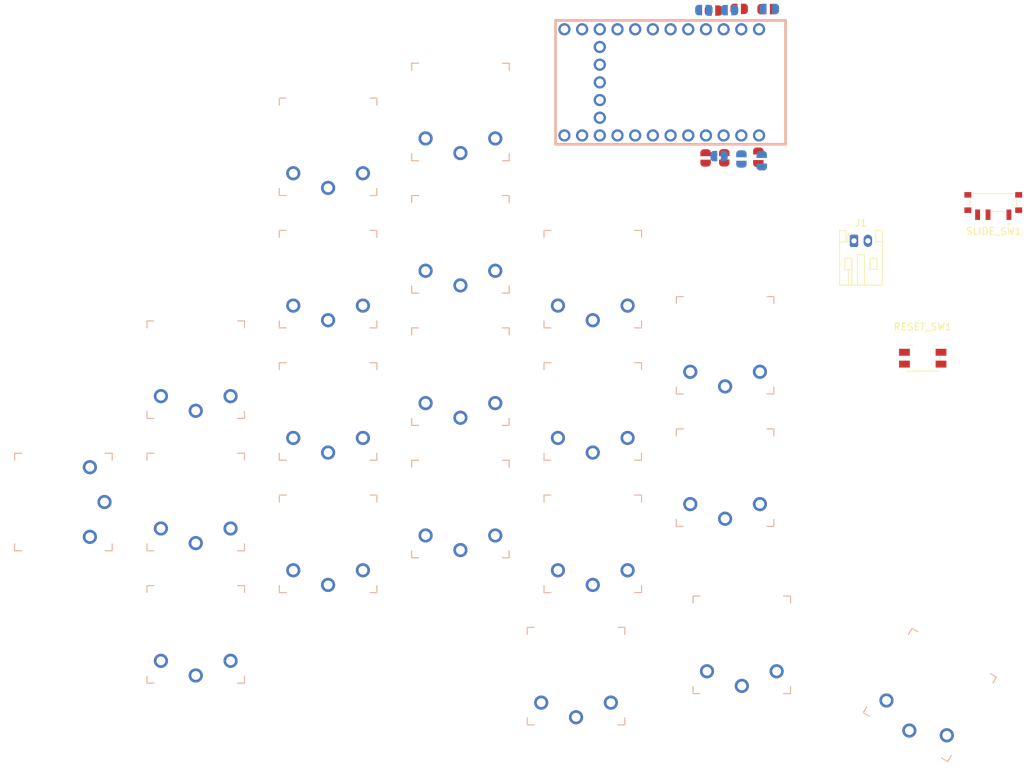
<source format=kicad_pcb>
(kicad_pcb (version 20241229) (generator "pcbnew") (generator_version "9.0")
  (layers (0 "F.Cu" signal) (2 "B.Cu" signal) (13 "F.Paste" user) (15 "B.Paste" user) (5 "F.SilkS" user "F.Silkscreen") (7 "B.SilkS" user "B.Silkscreen") (1 "F.Mask" user) (3 "B.Mask" user) (25 "Edge.Cuts" user))
  (net 0 "")
  (net 1 "Net-(J1-Pin_1)")
  (net 2 "GND")
  (net 3 "BATIN")
  (net 4 "Net-(JP1-B)")
  (net 5 "P1")
  (net 6 "Net-(JP4-B)")
  (net 7 "RESET")
  (net 8 "Net-(JP5-B)")
  (net 9 "Net-(JP7-B)")
  (net 10 "Net-(JP8-B)")
  (net 11 "Net-(JP11-B)")
  (net 12 "Net-(JP12-B)")
  (net 13 "Net-(JP14-B)")
  (net 15 "P12")
  (net 16 "P14")
  (net 17 "P9")
  (net 18 "P19")
  (net 19 "P5")
  (net 20 "P31")
  (net 21 "P10")
  (net 22 "P13")
  (net 23 "P6")
  (net 24 "P16")
  (net 25 "P7")
  (net 26 "P33")
  (net 27 "P15")
  (net 28 "P32")
  (net 29 "P17")
  (net 30 "P8")
  (net 31 "P11")
  (net 32 "P18")
  (net 33 "P20")
  (footprint "footprints:SW_PG1350_reversible" (layer "F.Cu") (at 112 98)
    (property "Reference" "SW3")
    (property "Value" "SW_Push" (hide yes))
    (pad "" np_thru_hole circle (at -5.5 0) (size 1.7018 1.7018) (drill 1.7018) (layers "*.Cu" "*.Mask"))
    (pad "" np_thru_hole circle (at -5.22 -4.2) (size 0.9906 0.9906) (drill 0.9906) (layers "*.Cu" "*.Mask"))
    (pad "" np_thru_hole circle (at 0 0) (size 3.429 3.429) (drill 3.429) (layers "*.Cu" "*.Mask"))
    (pad "" np_thru_hole circle (at 5.22 -4.2) (size 0.9906 0.9906) (drill 0.9906) (layers "*.Cu" "*.Mask"))
    (pad "" np_thru_hole circle (at 5.5 0) (size 1.7018 1.7018) (drill 1.7018) (layers "*.Cu" "*.Mask"))
    (pad "1" thru_hole circle (at 0 5.9) (size 2.032 2.032) (drill 1.27) (layers "*.Cu" "*.Mask") (net 17 "P9"))
    (pad "2" thru_hole circle (at -5 3.8) (size 2.032 2.032) (drill 1.27) (layers "*.Cu" "*.Mask") (net 2 "GND"))
    (pad "2" thru_hole circle (at 5 3.8) (size 2.032 2.032) (drill 1.27) (layers "*.Cu" "*.Mask") (net 2 "GND"))
  )
  (footprint "footprints:SW_PG1350_reversible" (layer "F.Cu") (at 131 66)
    (property "Reference" "SW1")
    (property "Value" "SW_Push" (hide yes))
    (pad "" np_thru_hole circle (at -5.5 0) (size 1.7018 1.7018) (drill 1.7018) (layers "*.Cu" "*.Mask"))
    (pad "" np_thru_hole circle (at -5.22 -4.2) (size 0.9906 0.9906) (drill 0.9906) (layers "*.Cu" "*.Mask"))
    (pad "" np_thru_hole circle (at 0 0) (size 3.429 3.429) (drill 3.429) (layers "*.Cu" "*.Mask"))
    (pad "" np_thru_hole circle (at 5.22 -4.2) (size 0.9906 0.9906) (drill 0.9906) (layers "*.Cu" "*.Mask"))
    (pad "" np_thru_hole circle (at 5.5 0) (size 1.7018 1.7018) (drill 1.7018) (layers "*.Cu" "*.Mask"))
    (pad "1" thru_hole circle (at 0 5.9) (size 2.032 2.032) (drill 1.27) (layers "*.Cu" "*.Mask") (net 30 "P8"))
    (pad "2" thru_hole circle (at -5 3.8) (size 2.032 2.032) (drill 1.27) (layers "*.Cu" "*.Mask") (net 2 "GND"))
    (pad "2" thru_hole circle (at 5 3.8) (size 2.032 2.032) (drill 1.27) (layers "*.Cu" "*.Mask") (net 2 "GND"))
  )
  (footprint "footprints:SW_PG1350_reversible" (layer "F.Cu") (at 131 104)
    (property "Reference" "SW10")
    (property "Value" "SW_Push" (hide yes))
    (pad "" np_thru_hole circle (at -5.5 0) (size 1.7018 1.7018) (drill 1.7018) (layers "*.Cu" "*.Mask"))
    (pad "" np_thru_hole circle (at -5.22 -4.2) (size 0.9906 0.9906) (drill 0.9906) (layers "*.Cu" "*.Mask"))
    (pad "" np_thru_hole circle (at 0 0) (size 3.429 3.429) (drill 3.429) (layers "*.Cu" "*.Mask"))
    (pad "" np_thru_hole circle (at 5.22 -4.2) (size 0.9906 0.9906) (drill 0.9906) (layers "*.Cu" "*.Mask"))
    (pad "" np_thru_hole circle (at 5.5 0) (size 1.7018 1.7018) (drill 1.7018) (layers "*.Cu" "*.Mask"))
    (pad "1" thru_hole circle (at 0 5.9) (size 2.032 2.032) (drill 1.27) (layers "*.Cu" "*.Mask") (net 31 "P11"))
    (pad "2" thru_hole circle (at -5 3.8) (size 2.032 2.032) (drill 1.27) (layers "*.Cu" "*.Mask") (net 2 "GND"))
    (pad "2" thru_hole circle (at 5 3.8) (size 2.032 2.032) (drill 1.27) (layers "*.Cu" "*.Mask") (net 2 "GND"))
  )
  (footprint "footprints:Jumper_Open_0.8mm" (layer "F.Cu") (at 192.82 67.21 90)
    (property "Reference" "JP9" (hide yes))
    (property "Value" "Jumper_2_Open" (hide yes))
    (pad "1" smd custom (at -1.19 -0.05 90) (size 1 0.5) (layers "F.Cu" "F.Mask") (net 5 "P1") (options (clearance outline) (anchor rect)) (primitives (gr_circle (center 0 0.25) (end 0.5 0.25) (width 0) (fill yes)) (gr_circle (center 0 -0.25) (end 0.5 -0.25) (width 0) (fill yes)) (gr_poly (pts (xy 0.5 0.75) (xy 0 0.75) (xy 0 -0.75) (xy 0.5 -0.75)) (width 0) (fill yes))))
    (pad "2" smd custom (at 0.61 -0.05 90) (size 1 0.5) (layers "F.Cu" "F.Mask") (net 10 "Net-(JP8-B)") (options (clearance outline) (anchor rect)) (primitives (gr_circle (center 0 0.25) (end 0.5 0.25) (width 0) (fill yes)) (gr_circle (center 0 -0.25) (end 0.5 -0.25) (width 0) (fill yes)) (gr_poly (pts (xy 0 0.75) (xy -0.5 0.75) (xy -0.5 -0.75) (xy 0 -0.75)) (width 0) (fill yes))))
  )
  (footprint "footprints:SW_PG1350_reversible" (layer "F.Cu") (at 188 94.5)
    (property "Reference" "SW7")
    (property "Value" "SW_Push" (hide yes))
    (pad "" np_thru_hole circle (at -5.5 0) (size 1.7018 1.7018) (drill 1.7018) (layers "*.Cu" "*.Mask"))
    (pad "" np_thru_hole circle (at -5.22 -4.2) (size 0.9906 0.9906) (drill 0.9906) (layers "*.Cu" "*.Mask"))
    (pad "" np_thru_hole circle (at 0 0) (size 3.429 3.429) (drill 3.429) (layers "*.Cu" "*.Mask"))
    (pad "" np_thru_hole circle (at 5.22 -4.2) (size 0.9906 0.9906) (drill 0.9906) (layers "*.Cu" "*.Mask"))
    (pad "" np_thru_hole circle (at 5.5 0) (size 1.7018 1.7018) (drill 1.7018) (layers "*.Cu" "*.Mask"))
    (pad "1" thru_hole circle (at 0 5.9) (size 2.032 2.032) (drill 1.27) (layers "*.Cu" "*.Mask") (net 24 "P16"))
    (pad "2" thru_hole circle (at -5 3.8) (size 2.032 2.032) (drill 1.27) (layers "*.Cu" "*.Mask") (net 2 "GND"))
    (pad "2" thru_hole circle (at 5 3.8) (size 2.032 2.032) (drill 1.27) (layers "*.Cu" "*.Mask") (net 2 "GND"))
  )
  (footprint "footprints:SW_PG1350_reversible" (layer "F.Cu") (at 188 113.5)
    (property "Reference" "SW13")
    (property "Value" "SW_Push" (hide yes))
    (pad "" np_thru_hole circle (at -5.5 0) (size 1.7018 1.7018) (drill 1.7018) (layers "*.Cu" "*.Mask"))
    (pad "" np_thru_hole circle (at -5.22 -4.2) (size 0.9906 0.9906) (drill 0.9906) (layers "*.Cu" "*.Mask"))
    (pad "" np_thru_hole circle (at 0 0) (size 3.429 3.429) (drill 3.429) (layers "*.Cu" "*.Mask"))
    (pad "" np_thru_hole circle (at 5.22 -4.2) (size 0.9906 0.9906) (drill 0.9906) (layers "*.Cu" "*.Mask"))
    (pad "" np_thru_hole circle (at 5.5 0) (size 1.7018 1.7018) (drill 1.7018) (layers "*.Cu" "*.Mask"))
    (pad "1" thru_hole circle (at 0 5.9) (size 2.032 2.032) (drill 1.27) (layers "*.Cu" "*.Mask") (net 32 "P18"))
    (pad "2" thru_hole circle (at -5 3.8) (size 2.032 2.032) (drill 1.27) (layers "*.Cu" "*.Mask") (net 2 "GND"))
    (pad "2" thru_hole circle (at 5 3.8) (size 2.032 2.032) (drill 1.27) (layers "*.Cu" "*.Mask") (net 2 "GND"))
  )
  (footprint "footprints:SW_PG1350_reversible" (layer "F.Cu") (at 169 85)
    (property "Reference" "SW6")
    (property "Value" "SW_Push" (hide yes))
    (pad "" np_thru_hole circle (at -5.5 0) (size 1.7018 1.7018) (drill 1.7018) (layers "*.Cu" "*.Mask"))
    (pad "" np_thru_hole circle (at -5.22 -4.2) (size 0.9906 0.9906) (drill 0.9906) (layers "*.Cu" "*.Mask"))
    (pad "" np_thru_hole circle (at 0 0) (size 3.429 3.429) (drill 3.429) (layers "*.Cu" "*.Mask"))
    (pad "" np_thru_hole circle (at 5.22 -4.2) (size 0.9906 0.9906) (drill 0.9906) (layers "*.Cu" "*.Mask"))
    (pad "" np_thru_hole circle (at 5.5 0) (size 1.7018 1.7018) (drill 1.7018) (layers "*.Cu" "*.Mask"))
    (pad "1" thru_hole circle (at 0 5.9) (size 2.032 2.032) (drill 1.27) (layers "*.Cu" "*.Mask") (net 16 "P14"))
    (pad "2" thru_hole circle (at -5 3.8) (size 2.032 2.032) (drill 1.27) (layers "*.Cu" "*.Mask") (net 2 "GND"))
    (pad "2" thru_hole circle (at 5 3.8) (size 2.032 2.032) (drill 1.27) (layers "*.Cu" "*.Mask") (net 2 "GND"))
  )
  (footprint "footprints:SW_PG1350_reversible" (layer "F.Cu") (at 150 80)
    (property "Reference" "SW5")
    (property "Value" "SW_Push" (hide yes))
    (pad "" np_thru_hole circle (at -5.5 0) (size 1.7018 1.7018) (drill 1.7018) (layers "*.Cu" "*.Mask"))
    (pad "" np_thru_hole circle (at -5.22 -4.2) (size 0.9906 0.9906) (drill 0.9906) (layers "*.Cu" "*.Mask"))
    (pad "" np_thru_hole circle (at 0 0) (size 3.429 3.429) (drill 3.429) (layers "*.Cu" "*.Mask"))
    (pad "" np_thru_hole circle (at 5.22 -4.2) (size 0.9906 0.9906) (drill 0.9906) (layers "*.Cu" "*.Mask"))
    (pad "" np_thru_hole circle (at 5.5 0) (size 1.7018 1.7018) (drill 1.7018) (layers "*.Cu" "*.Mask"))
    (pad "1" thru_hole circle (at 0 5.9) (size 2.032 2.032) (drill 1.27) (layers "*.Cu" "*.Mask") (net 20 "P31"))
    (pad "2" thru_hole circle (at -5 3.8) (size 2.032 2.032) (drill 1.27) (layers "*.Cu" "*.Mask") (net 2 "GND"))
    (pad "2" thru_hole circle (at 5 3.8) (size 2.032 2.032) (drill 1.27) (layers "*.Cu" "*.Mask") (net 2 "GND"))
  )
  (footprint "footprints:nice_nano" (layer "F.Cu") (at 178.9 56.75 180)
    (property "Reference" "U1" (hide yes))
    (property "Value" "nice_nano" (hide yes))
    (pad "1" thru_hole circle (at -13.97 7.62 180) (size 1.7526 1.7526) (drill 1.0922) (layers "*.Cu" "*.Mask") (net 4 "Net-(JP1-B)"))
    (pad "2" thru_hole circle (at -11.43 7.62 180) (size 1.7526 1.7526) (drill 1.0922) (layers "*.Cu" "*.Mask") (net 6 "Net-(JP4-B)"))
    (pad "3" thru_hole circle (at -8.89 7.62 180) (size 1.7526 1.7526) (drill 1.0922) (layers "*.Cu" "*.Mask") (net 8 "Net-(JP5-B)"))
    (pad "4" thru_hole circle (at -6.35 7.62 180) (size 1.7526 1.7526) (drill 1.0922) (layers "*.Cu" "*.Mask") (net 9 "Net-(JP7-B)"))
    (pad "5" thru_hole circle (at -3.81 7.62 180) (size 1.7526 1.7526) (drill 1.0922) (layers "*.Cu" "*.Mask") (net 19 "P5"))
    (pad "6" thru_hole circle (at -1.27 7.62 180) (size 1.7526 1.7526) (drill 1.0922) (layers "*.Cu" "*.Mask") (net 23 "P6"))
    (pad "7" thru_hole circle (at 1.27 7.62 180) (size 1.7526 1.7526) (drill 1.0922) (layers "*.Cu" "*.Mask") (net 25 "P7"))
    (pad "8" thru_hole circle (at 3.81 7.62 180) (size 1.7526 1.7526) (drill 1.0922) (layers "*.Cu" "*.Mask") (net 30 "P8"))
    (pad "9" thru_hole circle (at 6.35 7.62 180) (size 1.7526 1.7526) (drill 1.0922) (layers "*.Cu" "*.Mask") (net 17 "P9"))
    (pad "10" thru_hole circle (at 8.89 7.62 180) (size 1.7526 1.7526) (drill 1.0922) (layers "*.Cu" "*.Mask") (net 21 "P10"))
    (pad "11" thru_hole circle (at 11.43 7.62 180) (size 1.7526 1.7526) (drill 1.0922) (layers "*.Cu" "*.Mask") (net 31 "P11"))
    (pad "12" thru_hole circle (at 13.97 7.62 180) (size 1.7526 1.7526) (drill 1.0922) (layers "*.Cu" "*.Mask") (net 15 "P12"))
    (pad "13" thru_hole circle (at 13.97 -7.62 180) (size 1.7526 1.7526) (drill 1.0922) (layers "*.Cu" "*.Mask") (net 22 "P13"))
    (pad "14" thru_hole circle (at 11.43 -7.62 180) (size 1.7526 1.7526) (drill 1.0922) (layers "*.Cu" "*.Mask") (net 16 "P14"))
    (pad "15" thru_hole circle (at 8.89 -7.62 180) (size 1.7526 1.7526) (drill 1.0922) (layers "*.Cu" "*.Mask") (net 27 "P15"))
    (pad "16" thru_hole circle (at 6.35 -7.62 180) (size 1.7526 1.7526) (drill 1.0922) (layers "*.Cu" "*.Mask") (net 24 "P16"))
    (pad "17" thru_hole circle (at 3.81 -7.62 180) (size 1.7526 1.7526) (drill 1.0922) (layers "*.Cu" "*.Mask") (net 29 "P17"))
    (pad "18" thru_hole circle (at 1.27 -7.62 180) (size 1.7526 1.7526) (drill 1.0922) (layers "*.Cu" "*.Mask") (net 32 "P18"))
    (pad "19" thru_hole circle (at -1.27 -7.62 180) (size 1.7526 1.7526) (drill 1.0922) (layers "*.Cu" "*.Mask") (net 18 "P19"))
    (pad "20" thru_hole circle (at -3.81 -7.62 180) (size 1.7526 1.7526) (drill 1.0922) (layers "*.Cu" "*.Mask") (net 33 "P20"))
    (pad "21" thru_hole circle (at -6.35 -7.62 180) (size 1.7526 1.7526) (drill 1.0922) (layers "*.Cu" "*.Mask") (net 13 "Net-(JP14-B)"))
    (pad "22" thru_hole circle (at -8.89 -7.62 180) (size 1.7526 1.7526) (drill 1.0922) (layers "*.Cu" "*.Mask") (net 12 "Net-(JP12-B)"))
    (pad "23" thru_hole circle (at -11.43 -7.62 180) (size 1.7526 1.7526) (drill 1.0922) (layers "*.Cu" "*.Mask") (net 11 "Net-(JP11-B)"))
    (pad "24" thru_hole circle (at -13.97 -7.62 180) (size 1.7526 1.7526) (drill 1.0922) (layers "*.Cu" "*.Mask") (net 10 "Net-(JP8-B)"))
    (pad "31" thru_hole circle (at 8.89 -5.08 180) (size 1.7526 1.7526) (drill 1.0922) (layers "*.Cu" "*.Mask") (net 20 "P31"))
    (pad "31" thru_hole circle (at 8.89 5.08 180) (size 1.7526 1.7526) (drill 1.0922) (layers "*.Cu" "*.Mask") (net 20 "P31"))
    (pad "32" thru_hole circle (at 8.89 -2.54 180) (size 1.7526 1.7526) (drill 1.0922) (layers "*.Cu" "*.Mask") (net 28 "P32"))
    (pad "32" thru_hole circle (at 8.89 2.54 180) (size 1.7526 1.7526) (drill 1.0922) (layers "*.Cu" "*.Mask") (net 28 "P32"))
    (pad "33" thru_hole circle (at 8.89 0 180) (size 1.7526 1.7526) (drill 1.0922) (layers "*.Cu" "*.Mask") (net 26 "P33"))
  )
  (footprint "Button_Switch_SMD:Panasonic_EVQPUL_EVQPUC" (layer "F.Cu") (at 216.375 96.35)
    (property "Reference" "RESET_SW1" (at 0 -4.5 0) (layer "F.SilkS"))
    (property "Value" "SW_Push")
    (pad "" np_thru_hole circle (at 0 -1.375 180) (size 0.75 0.75) (drill 0.75) (layers "*.Cu" "*.Mask"))
    (pad "" np_thru_hole circle (at 0 1.375 180) (size 0.75 0.75) (drill 0.75) (layers "*.Cu" "*.Mask"))
    (pad "1" smd rect (at -2.625 -0.85 180) (size 1.55 1) (layers "F.Cu" "F.Mask" "F.Paste") (net 7 "RESET"))
    (pad "1" smd rect (at 2.625 -0.85 180) (size 1.55 1) (layers "F.Cu" "F.Mask" "F.Paste") (net 7 "RESET"))
    (pad "2" smd rect (at -2.625 0.85 180) (size 1.55 1) (layers "F.Cu" "F.Mask" "F.Paste") (net 2 "GND"))
    (pad "2" smd rect (at 2.625 0.85 180) (size 1.55 1) (layers "F.Cu" "F.Mask" "F.Paste") (net 2 "GND"))
  )
  (footprint "footprints:SW_PG1350_reversible" (layer "F.Cu") (at 169 123)
    (property "Reference" "SW17")
    (property "Value" "SW_Push" (hide yes))
    (pad "" np_thru_hole circle (at -5.5 0) (size 1.7018 1.7018) (drill 1.7018) (layers "*.Cu" "*.Mask"))
    (pad "" np_thru_hole circle (at -5.22 -4.2) (size 0.9906 0.9906) (drill 0.9906) (layers "*.Cu" "*.Mask"))
    (pad "" np_thru_hole circle (at 0 0) (size 3.429 3.429) (drill 3.429) (layers "*.Cu" "*.Mask"))
    (pad "" np_thru_hole circle (at 5.22 -4.2) (size 0.9906 0.9906) (drill 0.9906) (layers "*.Cu" "*.Mask"))
    (pad "" np_thru_hole circle (at 5.5 0) (size 1.7018 1.7018) (drill 1.7018) (layers "*.Cu" "*.Mask"))
    (pad "1" thru_hole circle (at 0 5.9) (size 2.032 2.032) (drill 1.27) (layers "*.Cu" "*.Mask") (net 29 "P17"))
    (pad "2" thru_hole circle (at -5 3.8) (size 2.032 2.032) (drill 1.27) (layers "*.Cu" "*.Mask") (net 2 "GND"))
    (pad "2" thru_hole circle (at 5 3.8) (size 2.032 2.032) (drill 1.27) (layers "*.Cu" "*.Mask") (net 2 "GND"))
  )
  (footprint "footprints:Jumper_Open_0.5mm" (layer "F.Cu") (at 186.33 46.44)
    (property "Reference" "JP5" (hide yes))
    (property "Value" "Jumper_2_Open" (hide yes))
    (pad "1" smd custom (at -0.75 0) (size 1 0.5) (layers "F.Cu" "F.Mask") (net 7 "RESET") (options (clearance outline) (anchor rect)) (primitives (gr_circle (center 0 0.25) (end 0.5 0.25) (width 0) (fill yes)) (gr_circle (center 0 -0.25) (end 0.5 -0.25) (width 0) (fill yes)) (gr_poly (pts (xy 0.5 0.75) (xy 0 0.75) (xy 0 -0.75) (xy 0.5 -0.75)) (width 0) (fill yes))))
    (pad "2" smd custom (at 0.75 0) (size 1 0.5) (layers "F.Cu" "F.Mask") (net 8 "Net-(JP5-B)") (options (clearance outline) (anchor rect)) (primitives (gr_circle (center 0 0.25) (end 0.5 0.25) (width 0) (fill yes)) (gr_circle (center 0 -0.25) (end 0.5 -0.25) (width 0) (fill yes)) (gr_poly (pts (xy 0 0.75) (xy -0.5 0.75) (xy -0.5 -0.75) (xy 0 -0.75)) (width 0) (fill yes))))
  )
  (footprint "footprints:SW_PG1350_reversible" (layer "F.Cu") (at 169 104)
    (property "Reference" "SW12")
    (property "Value" "SW_Push" (hide yes))
    (pad "" np_thru_hole circle (at -5.5 0) (size 1.7018 1.7018) (drill 1.7018) (layers "*.Cu" "*.Mask"))
    (pad "" np_thru_hole circle (at -5.22 -4.2) (size 0.9906 0.9906) (drill 0.9906) (layers "*.Cu" "*.Mask"))
    (pad "" np_thru_hole circle (at 0 0) (size 3.429 3.429) (drill 3.429) (layers "*.Cu" "*.Mask"))
    (pad "" np_thru_hole circle (at 5.22 -4.2) (size 0.9906 0.9906) (drill 0.9906) (layers "*.Cu" "*.Mask"))
    (pad "" np_thru_hole circle (at 5.5 0) (size 1.7018 1.7018) (drill 1.7018) (layers "*.Cu" "*.Mask"))
    (pad "1" thru_hole circle (at 0 5.9) (size 2.032 2.032) (drill 1.27) (layers "*.Cu" "*.Mask") (net 27 "P15"))
    (pad "2" thru_hole circle (at -5 3.8) (size 2.032 2.032) (drill 1.27) (layers "*.Cu" "*.Mask") (net 2 "GND"))
    (pad "2" thru_hole circle (at 5 3.8) (size 2.032 2.032) (drill 1.27) (layers "*.Cu" "*.Mask") (net 2 "GND"))
  )
  (footprint "footprints:Jumper_Open_0.5mm" (layer "F.Cu") (at 190.02 46.2)
    (property "Reference" "JP4" (hide yes))
    (property "Value" "Jumper_2_Open" (hide yes))
    (pad "1" smd custom (at -0.75 0) (size 1 0.5) (layers "F.Cu" "F.Mask") (net 2 "GND") (options (clearance outline) (anchor rect)) (primitives (gr_circle (center 0 0.25) (end 0.5 0.25) (width 0) (fill yes)) (gr_circle (center 0 -0.25) (end 0.5 -0.25) (width 0) (fill yes)) (gr_poly (pts (xy 0.5 0.75) (xy 0 0.75) (xy 0 -0.75) (xy 0.5 -0.75)) (width 0) (fill yes))))
    (pad "2" smd custom (at 0.75 0) (size 1 0.5) (layers "F.Cu" "F.Mask") (net 6 "Net-(JP4-B)") (options (clearance outline) (anchor rect)) (primitives (gr_circle (center 0 0.25) (end 0.5 0.25) (width 0) (fill yes)) (gr_circle (center 0 -0.25) (end 0.5 -0.25) (width 0) (fill yes)) (gr_poly (pts (xy 0 0.75) (xy -0.5 0.75) (xy -0.5 -0.75) (xy 0 -0.75)) (width 0) (fill yes))))
  )
  (footprint "footprints:SW_PG1350_reversible" (layer "F.Cu") (at 112 117)
    (property "Reference" "SW9")
    (property "Value" "SW_Push" (hide yes))
    (pad "" np_thru_hole circle (at -5.5 0) (size 1.7018 1.7018) (drill 1.7018) (layers "*.Cu" "*.Mask"))
    (pad "" np_thru_hole circle (at -5.22 -4.2) (size 0.9906 0.9906) (drill 0.9906) (layers "*.Cu" "*.Mask"))
    (pad "" np_thru_hole circle (at 0 0) (size 3.429 3.429) (drill 3.429) (layers "*.Cu" "*.Mask"))
    (pad "" np_thru_hole circle (at 5.22 -4.2) (size 0.9906 0.9906) (drill 0.9906) (layers "*.Cu" "*.Mask"))
    (pad "" np_thru_hole circle (at 5.5 0) (size 1.7018 1.7018) (drill 1.7018) (layers "*.Cu" "*.Mask"))
    (pad "1" thru_hole circle (at 0 5.9) (size 2.032 2.032) (drill 1.27) (layers "*.Cu" "*.Mask") (net 21 "P10"))
    (pad "2" thru_hole circle (at -5 3.8) (size 2.032 2.032) (drill 1.27) (layers "*.Cu" "*.Mask") (net 2 "GND"))
    (pad "2" thru_hole circle (at 5 3.8) (size 2.032 2.032) (drill 1.27) (layers "*.Cu" "*.Mask") (net 2 "GND"))
  )
  (footprint "footprints:SW_PG1350_reversible" (layer "F.Cu") (at 131 123)
    (property "Reference" "SW15")
    (property "Value" "SW_Push" (hide yes))
    (pad "" np_thru_hole circle (at -5.5 0) (size 1.7018 1.7018) (drill 1.7018) (layers "*.Cu" "*.Mask"))
    (pad "" np_thru_hole circle (at -5.22 -4.2) (size 0.9906 0.9906) (drill 0.9906) (layers "*.Cu" "*.Mask"))
    (pad "" np_thru_hole circle (at 0 0) (size 3.429 3.429) (drill 3.429) (layers "*.Cu" "*.Mask"))
    (pad "" np_thru_hole circle (at 5.22 -4.2) (size 0.9906 0.9906) (drill 0.9906) (layers "*.Cu" "*.Mask"))
    (pad "" np_thru_hole circle (at 5.5 0) (size 1.7018 1.7018) (drill 1.7018) (layers "*.Cu" "*.Mask"))
    (pad "1" thru_hole circle (at 0 5.9) (size 2.032 2.032) (drill 1.27) (layers "*.Cu" "*.Mask") (net 28 "P32"))
    (pad "2" thru_hole circle (at -5 3.8) (size 2.032 2.032) (drill 1.27) (layers "*.Cu" "*.Mask") (net 2 "GND"))
    (pad "2" thru_hole circle (at 5 3.8) (size 2.032 2.032) (drill 1.27) (layers "*.Cu" "*.Mask") (net 2 "GND"))
  )
  (footprint "footprints:SW_SSSS811101" (layer "F.Cu") (at 226.5 74 180)
    (property "Reference" "SLIDE_SW1" (at -0.075 -4.135 180) (layer "F.SilkS"))
    (property "Value" "SW_SPDT")
    (pad "" np_thru_hole circle (at -1.5 0 180) (size 0.9 0.9) (drill 0.9) (layers "*.Cu" "*.Mask"))
    (pad "" np_thru_hole circle (at 1.5 0 180) (size 0.9 0.9) (drill 0.9) (layers "*.Cu" "*.Mask"))
    (pad "1" smd rect (at -2.25 -1.75 180) (size 0.7 1.5) (layers "F.Cu" "F.Mask" "F.Paste") (net 3 "BATIN"))
    (pad "2" smd rect (at 0.75 -1.75 180) (size 0.7 1.5) (layers "F.Cu" "F.Mask" "F.Paste") (net 1 "Net-(J1-Pin_1)"))
    (pad "3" smd rect (at 2.25 -1.75 180) (size 0.7 1.5) (layers "F.Cu" "F.Mask" "F.Paste"))
    (pad "SH1" smd rect (at -3.65 -1.1 180) (size 1 0.8) (layers "F.Cu" "F.Mask" "F.Paste"))
    (pad "SH2" smd rect (at 3.65 -1.1 180) (size 1 0.8) (layers "F.Cu" "F.Mask" "F.Paste"))
    (pad "SH3" smd rect (at -3.65 1.1 180) (size 1 0.8) (layers "F.Cu" "F.Mask" "F.Paste"))
    (pad "SH4" smd rect (at 3.65 1.1 180) (size 1 0.8) (layers "F.Cu" "F.Mask" "F.Paste"))
  )
  (footprint "footprints:SW_PG1350_reversible" (layer "F.Cu") (at 112 136)
    (property "Reference" "SW14")
    (property "Value" "SW_Push" (hide yes))
    (pad "" np_thru_hole circle (at -5.5 0) (size 1.7018 1.7018) (drill 1.7018) (layers "*.Cu" "*.Mask"))
    (pad "" np_thru_hole circle (at -5.22 -4.2) (size 0.9906 0.9906) (drill 0.9906) (layers "*.Cu" "*.Mask"))
    (pad "" np_thru_hole circle (at 0 0) (size 3.429 3.429) (drill 3.429) (layers "*.Cu" "*.Mask"))
    (pad "" np_thru_hole circle (at 5.22 -4.2) (size 0.9906 0.9906) (drill 0.9906) (layers "*.Cu" "*.Mask"))
    (pad "" np_thru_hole circle (at 5.5 0) (size 1.7018 1.7018) (drill 1.7018) (layers "*.Cu" "*.Mask"))
    (pad "1" thru_hole circle (at 0 5.9) (size 2.032 2.032) (drill 1.27) (layers "*.Cu" "*.Mask") (net 25 "P7"))
    (pad "2" thru_hole circle (at -5 3.8) (size 2.032 2.032) (drill 1.27) (layers "*.Cu" "*.Mask") (net 2 "GND"))
    (pad "2" thru_hole circle (at 5 3.8) (size 2.032 2.032) (drill 1.27) (layers "*.Cu" "*.Mask") (net 2 "GND"))
  )
  (footprint "footprints:Jumper_Open_0.5mm" (layer "F.Cu") (at 187.88 67.58 90)
    (property "Reference" "JP13" (hide yes))
    (property "Value" "Jumper_2_Open" (hide yes))
    (pad "1" smd custom (at -0.75 0 90) (size 1 0.5) (layers "F.Cu" "F.Mask") (net 2 "GND") (options (clearance outline) (anchor rect)) (primitives (gr_circle (center 0 0.25) (end 0.5 0.25) (width 0) (fill yes)) (gr_circle (center 0 -0.25) (end 0.5 -0.25) (width 0) (fill yes)) (gr_poly (pts (xy 0.5 0.75) (xy 0 0.75) (xy 0 -0.75) (xy 0.5 -0.75)) (width 0) (fill yes))))
    (pad "2" smd custom (at 0.75 0 90) (size 1 0.5) (layers "F.Cu" "F.Mask") (net 12 "Net-(JP12-B)") (options (clearance outline) (anchor rect)) (primitives (gr_circle (center 0 0.25) (end 0.5 0.25) (width 0) (fill yes)) (gr_circle (center 0 -0.25) (end 0.5 -0.25) (width 0) (fill yes)) (gr_poly (pts (xy 0 0.75) (xy -0.5 0.75) (xy -0.5 -0.75) (xy 0 -0.75)) (width 0) (fill yes))))
  )
  (footprint "footprints:SW_PG1350_reversible" (layer "F.Cu") (at 190.4 137.5)
    (property "Reference" "SW19")
    (property "Value" "SW_Push" (hide yes))
    (pad "" np_thru_hole circle (at -5.5 0) (size 1.7018 1.7018) (drill 1.7018) (layers "*.Cu" "*.Mask"))
    (pad "" np_thru_hole circle (at -5.22 -4.2) (size 0.9906 0.9906) (drill 0.9906) (layers "*.Cu" "*.Mask"))
    (pad "" np_thru_hole circle (at 0 0) (size 3.429 3.429) (drill 3.429) (layers "*.Cu" "*.Mask"))
    (pad "" np_thru_hole circle (at 5.22 -4.2) (size 0.9906 0.9906) (drill 0.9906) (layers "*.Cu" "*.Mask"))
    (pad "" np_thru_hole circle (at 5.5 0) (size 1.7018 1.7018) (drill 1.7018) (layers "*.Cu" "*.Mask"))
    (pad "1" thru_hole circle (at 0 5.9) (size 2.032 2.032) (drill 1.27) (layers "*.Cu" "*.Mask") (net 33 "P20"))
    (pad "2" thru_hole circle (at -5 3.8) (size 2.032 2.032) (drill 1.27) (layers "*.Cu" "*.Mask") (net 2 "GND"))
    (pad "2" thru_hole circle (at 5 3.8) (size 2.032 2.032) (drill 1.27) (layers "*.Cu" "*.Mask") (net 2 "GND"))
  )
  (footprint "footprints:SW_PG1350_reversible" (layer "F.Cu") (at 150 99)
    (property "Reference" "SW11")
    (property "Value" "SW_Push" (hide yes))
    (pad "" np_thru_hole circle (at -5.5 0) (size 1.7018 1.7018) (drill 1.7018) (layers "*.Cu" "*.Mask"))
    (pad "" np_thru_hole circle (at -5.22 -4.2) (size 0.9906 0.9906) (drill 0.9906) (layers "*.Cu" "*.Mask"))
    (pad "" np_thru_hole circle (at 0 0) (size 3.429 3.429) (drill 3.429) (layers "*.Cu" "*.Mask"))
    (pad "" np_thru_hole circle (at 5.22 -4.2) (size 0.9906 0.9906) (drill 0.9906) (layers "*.Cu" "*.Mask"))
    (pad "" np_thru_hole circle (at 5.5 0) (size 1.7018 1.7018) (drill 1.7018) (layers "*.Cu" "*.Mask"))
    (pad "1" thru_hole circle (at 0 5.9) (size 2.032 2.032) (drill 1.27) (layers "*.Cu" "*.Mask") (net 26 "P33"))
    (pad "2" thru_hole circle (at -5 3.8) (size 2.032 2.032) (drill 1.27) (layers "*.Cu" "*.Mask") (net 2 "GND"))
    (pad "2" thru_hole circle (at 5 3.8) (size 2.032 2.032) (drill 1.27) (layers "*.Cu" "*.Mask") (net 2 "GND"))
  )
  (footprint "footprints:SW_PG1350_reversible" (layer "F.Cu") (at 131 85)
    (property "Reference" "SW4")
    (property "Value" "SW_Push" (hide yes))
    (pad "" np_thru_hole circle (at -5.5 0) (size 1.7018 1.7018) (drill 1.7018) (layers "*.Cu" "*.Mask"))
    (pad "" np_thru_hole circle (at -5.22 -4.2) (size 0.9906 0.9906) (drill 0.9906) (layers "*.Cu" "*.Mask"))
    (pad "" np_thru_hole circle (at 0 0) (size 3.429 3.429) (drill 3.429) (layers "*.Cu" "*.Mask"))
    (pad "" np_thru_hole circle (at 5.22 -4.2) (size 0.9906 0.9906) (drill 0.9906) (layers "*.Cu" "*.Mask"))
    (pad "" np_thru_hole circle (at 5.5 0) (size 1.7018 1.7018) (drill 1.7018) (layers "*.Cu" "*.Mask"))
    (pad "1" thru_hole circle (at 0 5.9) (size 2.032 2.032) (drill 1.27) (layers "*.Cu" "*.Mask") (net 15 "P12"))
    (pad "2" thru_hole circle (at -5 3.8) (size 2.032 2.032) (drill 1.27) (layers "*.Cu" "*.Mask") (net 2 "GND"))
    (pad "2" thru_hole circle (at 5 3.8) (size 2.032 2.032) (drill 1.27) (layers "*.Cu" "*.Mask") (net 2 "GND"))
  )
  (footprint "footprints:Jumper_Open_0.8mm" (layer "F.Cu") (at 193.74 46.19 180)
    (property "Reference" "JP1" (hide yes))
    (property "Value" "Jumper_2_Open" (hide yes))
    (pad "1" smd custom (at -1.19 -0.05 180) (size 1 0.5) (layers "F.Cu" "F.Mask") (net 3 "BATIN") (options (clearance outline) (anchor rect)) (primitives (gr_circle (center 0 0.25) (end 0.5 0.25) (width 0) (fill yes)) (gr_circle (center 0 -0.25) (end 0.5 -0.25) (width 0) (fill yes)) (gr_poly (pts (xy 0.5 0.75) (xy 0 0.75) (xy 0 -0.75) (xy 0.5 -0.75)) (width 0) (fill yes))))
    (pad "2" smd custom (at 0.61 -0.05 180) (size 1 0.5) (layers "F.Cu" "F.Mask") (net 4 "Net-(JP1-B)") (options (clearance outline) (anchor rect)) (primitives (gr_circle (center 0 0.25) (end 0.5 0.25) (width 0) (fill yes)) (gr_circle (center 0 -0.25) (end 0.5 -0.25) (width 0) (fill yes)) (gr_poly (pts (xy 0 0.75) (xy -0.5 0.75) (xy -0.5 -0.75) (xy 0 -0.75)) (width 0) (fill yes))))
  )
  (footprint "footprints:SW_PG1350_reversible" (layer "F.Cu") (at 150 61)
    (property "Reference" "SW2")
    (property "Value" "SW_Push" (hide yes))
    (pad "" np_thru_hole circle (at -5.5 0) (size 1.7018 1.7018) (drill 1.7018) (layers "*.Cu" "*.Mask"))
    (pad "" np_thru_hole circle (at -5.22 -4.2) (size 0.9906 0.9906) (drill 0.9906) (layers "*.Cu" "*.Mask"))
    (pad "" np_thru_hole circle (at 0 0) (size 3.429 3.429) (drill 3.429) (layers "*.Cu" "*.Mask"))
    (pad "" np_thru_hole circle (at 5.22 -4.2) (size 0.9906 0.9906) (drill 0.9906) (layers "*.Cu" "*.Mask"))
    (pad "" np_thru_hole circle (at 5.5 0) (size 1.7018 1.7018) (drill 1.7018) (layers "*.Cu" "*.Mask"))
    (pad "1" thru_hole circle (at 0 5.9) (size 2.032 2.032) (drill 1.27) (layers "*.Cu" "*.Mask") (net 19 "P5"))
    (pad "2" thru_hole circle (at -5 3.8) (size 2.032 2.032) (drill 1.27) (layers "*.Cu" "*.Mask") (net 2 "GND"))
    (pad "2" thru_hole circle (at 5 3.8) (size 2.032 2.032) (drill 1.27) (layers "*.Cu" "*.Mask") (net 2 "GND"))
  )
  (footprint "footprints:SW_PG1350_reversible" (layer "F.Cu") (at 217.400152 144.699705 -30)
    (property "Reference" "SW20")
    (property "Value" "SW_Push" (hide yes))
    (pad "" np_thru_hole circle (at -5.5 0 330) (size 1.7018 1.7018) (drill 1.7018) (layers "*.Cu" "*.Mask"))
    (pad "" np_thru_hole circle (at -5.22 -4.2 330) (size 0.9906 0.9906) (drill 0.9906) (layers "*.Cu" "*.Mask"))
    (pad "" np_thru_hole circle (at 0 0 330) (size 3.429 3.429) (drill 3.429) (layers "*.Cu" "*.Mask"))
    (pad "" np_thru_hole circle (at 5.22 -4.2 330) (size 0.9906 0.9906) (drill 0.9906) (layers "*.Cu" "*.Mask"))
    (pad "" np_thru_hole circle (at 5.5 0 330) (size 1.7018 1.7018) (drill 1.7018) (layers "*.Cu" "*.Mask"))
    (pad "1" thru_hole circle (at 0 5.9 330) (size 2.032 2.032) (drill 1.27) (layers "*.Cu" "*.Mask") (net 5 "P1"))
    (pad "2" thru_hole circle (at -5 3.8 330) (size 2.032 2.032) (drill 1.27) (layers "*.Cu" "*.Mask") (net 2 "GND"))
    (pad "2" thru_hole circle (at 5 3.8 330) (size 2.032 2.032) (drill 1.27) (layers "*.Cu" "*.Mask") (net 2 "GND"))
  )
  (footprint "footprints:SW_PG1350_reversible" (layer "F.Cu") (at 93 117 90)
    (property "Reference" "SW8")
    (property "Value" "SW_Push" (hide yes))
    (pad "" np_thru_hole circle (at -5.5 0 90) (size 1.7018 1.7018) (drill 1.7018) (layers "*.Cu" "*.Mask"))
    (pad "" np_thru_hole circle (at -5.22 -4.2 90) (size 0.9906 0.9906) (drill 0.9906) (layers "*.Cu" "*.Mask"))
    (pad "" np_thru_hole circle (at 0 0 90) (size 3.429 3.429) (drill 3.429) (layers "*.Cu" "*.Mask"))
    (pad "" np_thru_hole circle (at 5.22 -4.2 90) (size 0.9906 0.9906) (drill 0.9906) (layers "*.Cu" "*.Mask"))
    (pad "" np_thru_hole circle (at 5.5 0 90) (size 1.7018 1.7018) (drill 1.7018) (layers "*.Cu" "*.Mask"))
    (pad "1" thru_hole circle (at 0 5.9 90) (size 2.032 2.032) (drill 1.27) (layers "*.Cu" "*.Mask") (net 23 "P6"))
    (pad "2" thru_hole circle (at -5 3.8 90) (size 2.032 2.032) (drill 1.27) (layers "*.Cu" "*.Mask") (net 2 "GND"))
    (pad "2" thru_hole circle (at 5 3.8 90) (size 2.032 2.032) (drill 1.27) (layers "*.Cu" "*.Mask") (net 2 "GND"))
  )
  (footprint "Connector_JST:JST_PH_S2B-PH-K_1x02_P2.00mm_Horizontal" (layer "F.Cu") (at 206.5 79.5)
    (property "Reference" "J1" (at 1 -2.55 0) (layer "F.SilkS"))
    (property "Value" "JST connector")
    (pad "1" thru_hole roundrect (at 0 0) (size 1.2 1.75) (drill 0.75) (layers "*.Cu" "*.Mask") (roundrect_rratio 0.208333) (net 1 "Net-(J1-Pin_1)"))
    (pad "2" thru_hole oval (at 2 0) (size 1.2 1.75) (drill 0.75) (layers "*.Cu" "*.Mask") (net 2 "GND"))
  )
  (footprint "footprints:SW_PG1350_reversible" (layer "F.Cu") (at 150 118)
    (property "Reference" "SW16")
    (property "Value" "SW_Push" (hide yes))
    (pad "" np_thru_hole circle (at -5.5 0) (size 1.7018 1.7018) (drill 1.7018) (layers "*.Cu" "*.Mask"))
    (pad "" np_thru_hole circle (at -5.22 -4.2) (size 0.9906 0.9906) (drill 0.9906) (layers "*.Cu" "*.Mask"))
    (pad "" np_thru_hole circle (at 0 0) (size 3.429 3.429) (drill 3.429) (layers "*.Cu" "*.Mask"))
    (pad "" np_thru_hole circle (at 5.22 -4.2) (size 0.9906 0.9906) (drill 0.9906) (layers "*.Cu" "*.Mask"))
    (pad "" np_thru_hole circle (at 5.5 0) (size 1.7018 1.7018) (drill 1.7018) (layers "*.Cu" "*.Mask"))
    (pad "1" thru_hole circle (at 0 5.9) (size 2.032 2.032) (drill 1.27) (layers "*.Cu" "*.Mask") (net 22 "P13"))
    (pad "2" thru_hole circle (at -5 3.8) (size 2.032 2.032) (drill 1.27) (layers "*.Cu" "*.Mask") (net 2 "GND"))
    (pad "2" thru_hole circle (at 5 3.8) (size 2.032 2.032) (drill 1.27) (layers "*.Cu" "*.Mask") (net 2 "GND"))
  )
  (footprint "footprints:Jumper_Open_0.5mm" (layer "F.Cu") (at 185.2 67.6 90)
    (property "Reference" "JP14" (hide yes))
    (property "Value" "Jumper_2_Open" (hide yes))
    (pad "1" smd custom (at -0.75 0 90) (size 1 0.5) (layers "F.Cu" "F.Mask") (net 2 "GND") (options (clearance outline) (anchor rect)) (primitives (gr_circle (center 0 0.25) (end 0.5 0.25) (width 0) (fill yes)) (gr_circle (center 0 -0.25) (end 0.5 -0.25) (width 0) (fill yes)) (gr_poly (pts (xy 0.5 0.75) (xy 0 0.75) (xy 0 -0.75) (xy 0.5 -0.75)) (width 0) (fill yes))))
    (pad "2" smd custom (at 0.75 0 90) (size 1 0.5) (layers "F.Cu" "F.Mask") (net 13 "Net-(JP14-B)") (options (clearance outline) (anchor rect)) (primitives (gr_circle (center 0 0.25) (end 0.5 0.25) (width 0) (fill yes)) (gr_circle (center 0 -0.25) (end 0.5 -0.25) (width 0) (fill yes)) (gr_poly (pts (xy 0 0.75) (xy -0.5 0.75) (xy -0.5 -0.75) (xy 0 -0.75)) (width 0) (fill yes))))
  )
  (footprint "footprints:SW_PG1350_reversible" (layer "F.Cu") (at 166.6 142)
    (property "Reference" "SW18")
    (property "Value" "SW_Push" (hide yes))
    (pad "" np_thru_hole circle (at -5.5 0) (size 1.7018 1.7018) (drill 1.7018) (layers "*.Cu" "*.Mask"))
    (pad "" np_thru_hole circle (at -5.22 -4.2) (size 0.9906 0.9906) (drill 0.9906) (layers "*.Cu" "*.Mask"))
    (pad "" np_thru_hole circle (at 0 0) (size 3.429 3.429) (drill 3.429) (layers "*.Cu" "*.Mask"))
    (pad "" np_thru_hole circle (at 5.22 -4.2) (size 0.9906 0.9906) (drill 0.9906) (layers "*.Cu" "*.Mask"))
    (pad "" np_thru_hole circle (at 5.5 0) (size 1.7018 1.7018) (drill 1.7018) (layers "*.Cu" "*.Mask"))
    (pad "1" thru_hole circle (at 0 5.9) (size 2.032 2.032) (drill 1.27) (layers "*.Cu" "*.Mask") (net 18 "P19"))
    (pad "2" thru_hole circle (at -5 3.8) (size 2.032 2.032) (drill 1.27) (layers "*.Cu" "*.Mask") (net 2 "GND"))
    (pad "2" thru_hole circle (at 5 3.8) (size 2.032 2.032) (drill 1.27) (layers "*.Cu" "*.Mask") (net 2 "GND"))
  )
  (footprint "footprints:Jumper_Open_0.8mm" (layer "B.Cu") (at 194.06 46.27 180)
    (property "Reference" "JP2" (hide yes))
    (property "Value" "Jumper_2_Open" (hide yes))
    (pad "1" smd custom (at -1.19 0.05 180) (size 1 0.5) (layers "B.Cu" "B.Mask") (net 5 "P1") (options (clearance outline) (anchor rect)) (primitives (gr_circle (center 0 -0.25) (end 0.5 -0.25) (width 0) (fill yes)) (gr_circle (center 0 0.25) (end 0.5 0.25) (width 0) (fill yes)) (gr_poly (pts (xy 0.5 -0.75) (xy 0 -0.75) (xy 0 0.75) (xy 0.5 0.75)) (width 0) (fill yes))))
    (pad "2" smd custom (at 0.61 0.05 180) (size 1 0.5) (layers "B.Cu" "B.Mask") (net 4 "Net-(JP1-B)") (options (clearance outline) (anchor rect)) (primitives (gr_circle (center 0 -0.25) (end 0.5 -0.25) (width 0) (fill yes)) (gr_circle (center 0 0.25) (end 0.5 0.25) (width 0) (fill yes)) (gr_poly (pts (xy 0 -0.75) (xy -0.5 -0.75) (xy -0.5 0.75) (xy 0 0.75)) (width 0) (fill yes))))
  )
  (footprint "footprints:Jumper_Open_0.8mm" (layer "B.Cu") (at 193.21 67.71 90)
    (property "Reference" "JP8" (hide yes))
    (property "Value" "Jumper_2_Open" (hide yes))
    (pad "1" smd custom (at -1.19 0.05 90) (size 1 0.5) (layers "B.Cu" "B.Mask") (net 3 "BATIN") (options (clearance outline) (anchor rect)) (primitives (gr_circle (center 0 -0.25) (end 0.5 -0.25) (width 0) (fill yes)) (gr_circle (center 0 0.25) (end 0.5 0.25) (width 0) (fill yes)) (gr_poly (pts (xy 0.5 -0.75) (xy 0 -0.75) (xy 0 0.75) (xy 0.5 0.75)) (width 0) (fill yes))))
    (pad "2" smd custom (at 0.61 0.05 90) (size 1 0.5) (layers "B.Cu" "B.Mask") (net 10 "Net-(JP8-B)") (options (clearance outline) (anchor rect)) (primitives (gr_circle (center 0 -0.25) (end 0.5 -0.25) (width 0) (fill yes)) (gr_circle (center 0 0.25) (end 0.5 0.25) (width 0) (fill yes)) (gr_poly (pts (xy 0 -0.75) (xy -0.5 -0.75) (xy -0.5 0.75) (xy 0 0.75)) (width 0) (fill yes))))
  )
  (footprint "footprints:Jumper_Open_0.5mm" (layer "B.Cu") (at 188.64 46.38 180)
    (property "Reference" "JP6" (hide yes))
    (property "Value" "Jumper_2_Open" (hide yes))
    (pad "1" smd custom (at -0.75 0 180) (size 1 0.5) (layers "B.Cu" "B.Mask") (net 2 "GND") (options (clearance outline) (anchor rect)) (primitives (gr_circle (center 0 -0.25) (end 0.5 -0.25) (width 0) (fill yes)) (gr_circle (center 0 0.25) (end 0.5 0.25) (width 0) (fill yes)) (gr_poly (pts (xy 0.5 -0.75) (xy 0 -0.75) (xy 0 0.75) (xy 0.5 0.75)) (width 0) (fill yes))))
    (pad "2" smd custom (at 0.75 0 180) (size 1 0.5) (layers "B.Cu" "B.Mask") (net 8 "Net-(JP5-B)") (options (clearance outline) (anchor rect)) (primitives (gr_circle (center 0 -0.25) (end 0.5 -0.25) (width 0) (fill yes)) (gr_circle (center 0 0.25) (end 0.5 0.25) (width 0) (fill yes)) (gr_poly (pts (xy 0 -0.75) (xy -0.5 -0.75) (xy -0.5 0.75) (xy 0 0.75)) (width 0) (fill yes))))
  )
  (footprint "footprints:Jumper_Open_0.5mm" (layer "B.Cu") (at 184.95 46.37)
    (property "Reference" "JP7" (hide yes))
    (property "Value" "Jumper_2_Open" (hide yes))
    (pad "1" smd custom (at -0.75 0) (size 1 0.5) (layers "B.Cu" "B.Mask") (net 2 "GND") (options (clearance outline) (anchor rect)) (primitives (gr_circle (center 0 -0.25) (end 0.5 -0.25) (width 0) (fill yes)) (gr_circle (center 0 0.25) (end 0.5 0.25) (width 0) (fill yes)) (gr_poly (pts (xy 0.5 -0.75) (xy 0 -0.75) (xy 0 0.75) (xy 0.5 0.75)) (width 0) (fill yes))))
    (pad "2" smd custom (at 0.75 0) (size 1 0.5) (layers "B.Cu" "B.Mask") (net 9 "Net-(JP7-B)") (options (clearance outline) (anchor rect)) (primitives (gr_circle (center 0 -0.25) (end 0.5 -0.25) (width 0) (fill yes)) (gr_circle (center 0 0.25) (end 0.5 0.25) (width 0) (fill yes)) (gr_poly (pts (xy 0 -0.75) (xy -0.5 -0.75) (xy -0.5 0.75) (xy 0 0.75)) (width 0) (fill yes))))
  )
  (footprint "footprints:Jumper_Open_0.5mm" (layer "B.Cu") (at 187.13 67.34)
    (property "Reference" "JP12" (hide yes))
    (property "Value" "Jumper_2_Open" (hide yes))
    (pad "1" smd custom (at -0.75 0) (size 1 0.5) (layers "B.Cu" "B.Mask") (net 7 "RESET") (options (clearance outline) (anchor rect)) (primitives (gr_circle (center 0 -0.25) (end 0.5 -0.25) (width 0) (fill yes)) (gr_circle (center 0 0.25) (end 0.5 0.25) (width 0) (fill yes)) (gr_poly (pts (xy 0.5 -0.75) (xy 0 -0.75) (xy 0 0.75) (xy 0.5 0.75)) (width 0) (fill yes))))
    (pad "2" smd custom (at 0.75 0) (size 1 0.5) (layers "B.Cu" "B.Mask") (net 12 "Net-(JP12-B)") (options (clearance outline) (anchor rect)) (primitives (gr_circle (center 0 -0.25) (end 0.5 -0.25) (width 0) (fill yes)) (gr_circle (center 0 0.25) (end 0.5 0.25) (width 0) (fill yes)) (gr_poly (pts (xy 0 -0.75) (xy -0.5 -0.75) (xy -0.5 0.75) (xy 0 0.75)) (width 0) (fill yes))))
  )
  (footprint "footprints:Jumper_Open_0.5mm" (layer "B.Cu") (at 190.34 67.75 90)
    (property "Reference" "JP11" (hide yes))
    (property "Value" "Jumper_2_Open" (hide yes))
    (pad "1" smd custom (at -0.75 0 90) (size 1 0.5) (layers "B.Cu" "B.Mask") (net 2 "GND") (options (clearance outline) (anchor rect)) (primitives (gr_circle (center 0 -0.25) (end 0.5 -0.25) (width 0) (fill yes)) (gr_circle (center 0 0.25) (end 0.5 0.25) (width 0) (fill yes)) (gr_poly (pts (xy 0.5 -0.75) (xy 0 -0.75) (xy 0 0.75) (xy 0.5 0.75)) (width 0) (fill yes))))
    (pad "2" smd custom (at 0.75 0 90) (size 1 0.5) (layers "B.Cu" "B.Mask") (net 11 "Net-(JP11-B)") (options (clearance outline) (anchor rect)) (primitives (gr_circle (center 0 -0.25) (end 0.5 -0.25) (width 0) (fill yes)) (gr_circle (center 0 0.25) (end 0.5 0.25) (width 0) (fill yes)) (gr_poly (pts (xy 0 -0.75) (xy -0.5 -0.75) (xy -0.5 0.75) (xy 0 0.75)) (width 0) (fill yes))))
  )
)
</source>
